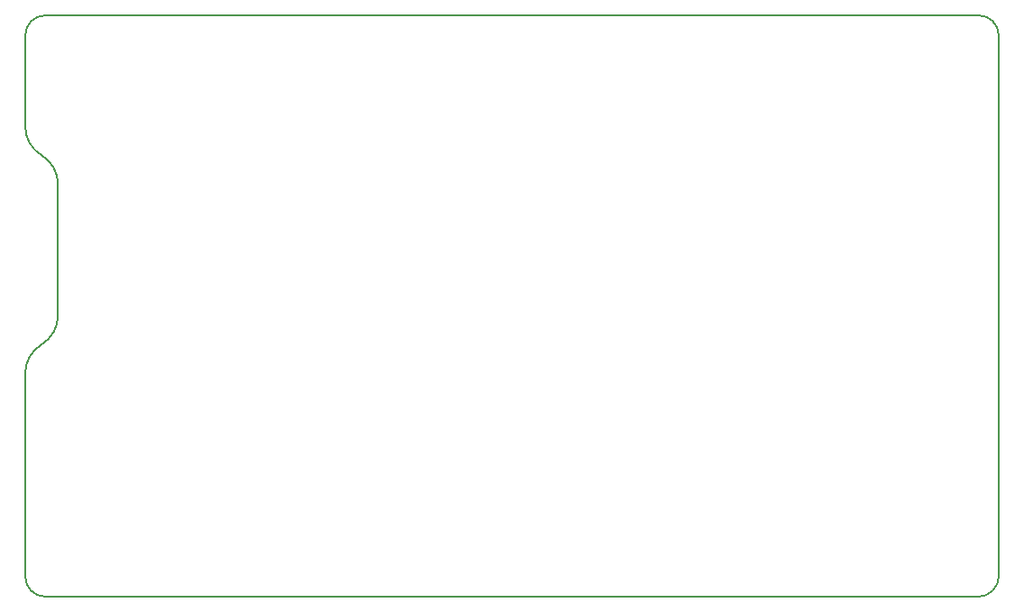
<source format=gm1>
G04 #@! TF.GenerationSoftware,KiCad,Pcbnew,(5.1.6-0-10_14)*
G04 #@! TF.CreationDate,2020-10-25T15:01:43+09:00*
G04 #@! TF.ProjectId,meishi_stm32,6d656973-6869-45f7-9374-6d33322e6b69,rev?*
G04 #@! TF.SameCoordinates,Original*
G04 #@! TF.FileFunction,Profile,NP*
%FSLAX46Y46*%
G04 Gerber Fmt 4.6, Leading zero omitted, Abs format (unit mm)*
G04 Created by KiCad (PCBNEW (5.1.6-0-10_14)) date 2020-10-25 15:01:43*
%MOMM*%
%LPD*%
G01*
G04 APERTURE LIST*
G04 #@! TA.AperFunction,Profile*
%ADD10C,0.150000*%
G04 #@! TD*
G04 APERTURE END LIST*
D10*
X32051318Y-42221506D02*
X32051318Y-54556988D01*
X30511564Y-57278494D02*
G75*
G03*
X32051318Y-54556988I-1635246J2721506D01*
G01*
X30511564Y-39500000D02*
G75*
G02*
X32051318Y-42221506I-1635246J-2721506D01*
G01*
X30511564Y-57278494D02*
G75*
G03*
X28971810Y-60000000I1635246J-2721506D01*
G01*
X30511564Y-39500000D02*
G75*
G02*
X28971810Y-36778494I1635246J2721506D01*
G01*
X118506810Y-26352440D02*
G75*
G02*
X120411810Y-28257440I0J-1905000D01*
G01*
X120411810Y-79057440D02*
G75*
G02*
X118506810Y-80962440I-1905000J0D01*
G01*
X30876810Y-80962440D02*
G75*
G02*
X28971810Y-79057440I0J1905000D01*
G01*
X28971810Y-28257440D02*
G75*
G02*
X30876810Y-26352440I1905000J0D01*
G01*
X28971810Y-79057440D02*
X28971810Y-60000000D01*
X28971810Y-28257440D02*
X28971810Y-36778494D01*
X120411810Y-28257440D02*
X120411810Y-79057440D01*
X30876810Y-80962440D02*
X118506810Y-80962440D01*
X30876810Y-26352440D02*
X118506810Y-26352440D01*
M02*

</source>
